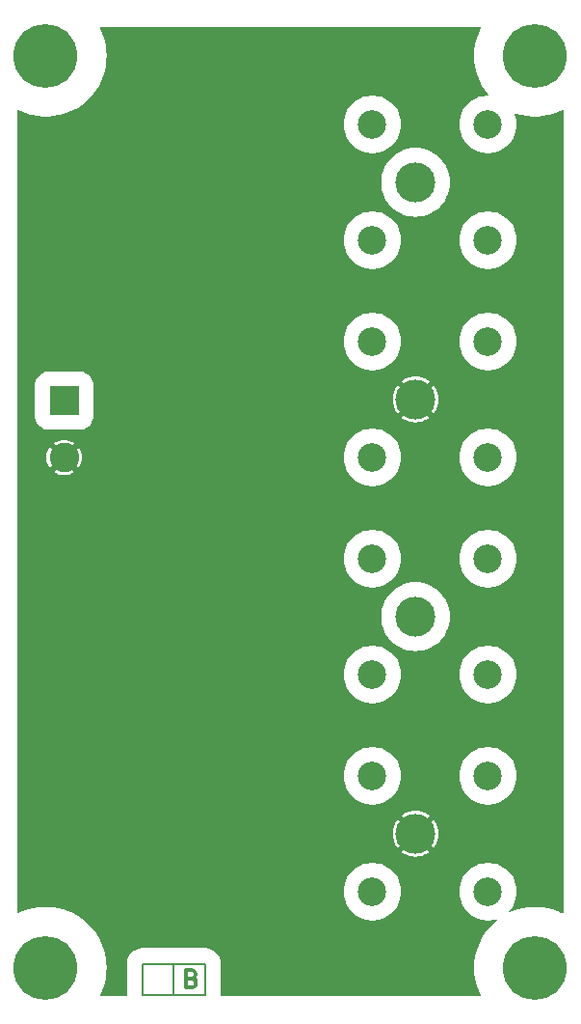
<source format=gbr>
G04 #@! TF.GenerationSoftware,KiCad,Pcbnew,8.0.6*
G04 #@! TF.CreationDate,2024-12-07T23:10:06+01:00*
G04 #@! TF.ProjectId,BOOST_LT8365,424f4f53-545f-44c5-9438-3336352e6b69,rev?*
G04 #@! TF.SameCoordinates,Original*
G04 #@! TF.FileFunction,Copper,L2,Bot*
G04 #@! TF.FilePolarity,Positive*
%FSLAX46Y46*%
G04 Gerber Fmt 4.6, Leading zero omitted, Abs format (unit mm)*
G04 Created by KiCad (PCBNEW 8.0.6) date 2024-12-07 23:10:06*
%MOMM*%
%LPD*%
G01*
G04 APERTURE LIST*
G04 #@! TA.AperFunction,NonConductor*
%ADD10C,0.200000*%
G04 #@! TD*
%ADD11C,0.300000*%
G04 #@! TA.AperFunction,NonConductor*
%ADD12C,0.300000*%
G04 #@! TD*
G04 #@! TA.AperFunction,ComponentPad*
%ADD13R,2.600000X2.600000*%
G04 #@! TD*
G04 #@! TA.AperFunction,ComponentPad*
%ADD14C,2.600000*%
G04 #@! TD*
G04 #@! TA.AperFunction,HeatsinkPad*
%ADD15C,0.550000*%
G04 #@! TD*
G04 #@! TA.AperFunction,HeatsinkPad*
%ADD16R,1.651000X2.845000*%
G04 #@! TD*
G04 #@! TA.AperFunction,ComponentPad*
%ADD17C,2.500000*%
G04 #@! TD*
G04 #@! TA.AperFunction,ComponentPad*
%ADD18C,3.500000*%
G04 #@! TD*
G04 #@! TA.AperFunction,ComponentPad*
%ADD19C,5.600000*%
G04 #@! TD*
G04 #@! TA.AperFunction,ViaPad*
%ADD20C,0.600000*%
G04 #@! TD*
G04 APERTURE END LIST*
D10*
X137000000Y-126150000D02*
X139750000Y-126150000D01*
X139750000Y-128900000D01*
X137000000Y-128900000D01*
X137000000Y-126150000D01*
X139750000Y-126150000D02*
X142500000Y-126150000D01*
X142500000Y-128900000D01*
X139750000Y-128900000D01*
X139750000Y-126150000D01*
D11*
D12*
X141354510Y-127440114D02*
X141568796Y-127511542D01*
X141568796Y-127511542D02*
X141640225Y-127582971D01*
X141640225Y-127582971D02*
X141711653Y-127725828D01*
X141711653Y-127725828D02*
X141711653Y-127940114D01*
X141711653Y-127940114D02*
X141640225Y-128082971D01*
X141640225Y-128082971D02*
X141568796Y-128154400D01*
X141568796Y-128154400D02*
X141425939Y-128225828D01*
X141425939Y-128225828D02*
X140854510Y-128225828D01*
X140854510Y-128225828D02*
X140854510Y-126725828D01*
X140854510Y-126725828D02*
X141354510Y-126725828D01*
X141354510Y-126725828D02*
X141497368Y-126797257D01*
X141497368Y-126797257D02*
X141568796Y-126868685D01*
X141568796Y-126868685D02*
X141640225Y-127011542D01*
X141640225Y-127011542D02*
X141640225Y-127154400D01*
X141640225Y-127154400D02*
X141568796Y-127297257D01*
X141568796Y-127297257D02*
X141497368Y-127368685D01*
X141497368Y-127368685D02*
X141354510Y-127440114D01*
X141354510Y-127440114D02*
X140854510Y-127440114D01*
D13*
G04 #@! TO.P,J3,1,Pin_1*
G04 #@! TO.N,+24V*
X130124000Y-76748000D03*
D14*
G04 #@! TO.P,J3,2,Pin_2*
G04 #@! TO.N,GND*
X130124000Y-81748000D03*
G04 #@! TD*
D15*
G04 #@! TO.P,U3,17,GND*
G04 #@! TO.N,GND*
X135170000Y-61214000D03*
X135170000Y-62361500D03*
X135170000Y-63509000D03*
D16*
X135720500Y-62361500D03*
D15*
X136271000Y-61214000D03*
X136271000Y-62361500D03*
X136271000Y-63509000D03*
G04 #@! TD*
D17*
G04 #@! TO.P,J2,*
G04 #@! TO.N,*
X157200000Y-109670000D03*
X157200000Y-119830000D03*
X167360000Y-109670000D03*
X167360000Y-119830000D03*
D18*
G04 #@! TO.P,J2,1,Pin_1*
G04 #@! TO.N,GND*
X161000000Y-114750000D03*
G04 #@! TD*
D19*
G04 #@! TO.P,H3,1,1*
G04 #@! TO.N,unconnected-(H3-Pad1)*
X171500000Y-46500000D03*
G04 #@! TD*
G04 #@! TO.P,H1,1,1*
G04 #@! TO.N,unconnected-(H1-Pad1)*
X128500000Y-46500000D03*
G04 #@! TD*
D17*
G04 #@! TO.P,J5,*
G04 #@! TO.N,*
X157200000Y-71570000D03*
X157200000Y-81730000D03*
X167360000Y-71570000D03*
X167360000Y-81730000D03*
D18*
G04 #@! TO.P,J5,1,Pin_1*
G04 #@! TO.N,GND*
X161000000Y-76650000D03*
G04 #@! TD*
D19*
G04 #@! TO.P,H2,1,1*
G04 #@! TO.N,unconnected-(H2-Pad1)*
X128500000Y-126500000D03*
G04 #@! TD*
D15*
G04 #@! TO.P,U1,17,GND*
G04 #@! TO.N,GND*
X135211500Y-99055500D03*
X135211500Y-100203000D03*
X135211500Y-101350500D03*
D16*
X135762000Y-100203000D03*
D15*
X136312500Y-99055500D03*
X136312500Y-100203000D03*
X136312500Y-101350500D03*
G04 #@! TD*
D19*
G04 #@! TO.P,H4,1,1*
G04 #@! TO.N,unconnected-(H4-Pad1)*
X171500000Y-126500000D03*
G04 #@! TD*
D17*
G04 #@! TO.P,J1,*
G04 #@! TO.N,*
X157200000Y-90620000D03*
X157200000Y-100780000D03*
X167360000Y-90620000D03*
X167360000Y-100780000D03*
D18*
G04 #@! TO.P,J1,1,Pin_1*
G04 #@! TO.N,+110V*
X161000000Y-95700000D03*
G04 #@! TD*
D17*
G04 #@! TO.P,J4,*
G04 #@! TO.N,*
X157200000Y-52520000D03*
X157200000Y-62680000D03*
X167360000Y-52520000D03*
X167360000Y-62680000D03*
D18*
G04 #@! TO.P,J4,1,Pin_1*
G04 #@! TO.N,-110V*
X161000000Y-57600000D03*
G04 #@! TD*
D20*
G04 #@! TO.N,GND*
X136467500Y-104140000D03*
X136374500Y-66397500D03*
X140335000Y-66675000D03*
X132715000Y-89281000D03*
X131538000Y-97443000D03*
X133350000Y-53086000D03*
X134940500Y-104200500D03*
X153416000Y-91440000D03*
X140208000Y-97663000D03*
X133350000Y-51308000D03*
X140208000Y-104572750D03*
X153416000Y-90043000D03*
X153797000Y-52197000D03*
X134847500Y-66394500D03*
X132715000Y-90043000D03*
X131445000Y-59563000D03*
X153416000Y-92837000D03*
X132715000Y-90805000D03*
X146558000Y-72009000D03*
X140335000Y-59690000D03*
X133350000Y-52197000D03*
X153797000Y-54991000D03*
X153797000Y-53594000D03*
G04 #@! TD*
G04 #@! TA.AperFunction,Conductor*
G04 #@! TO.N,GND*
G36*
X166722262Y-44018306D02*
G01*
X166740568Y-44062500D01*
X166733876Y-44090638D01*
X166629196Y-44298257D01*
X166629195Y-44298261D01*
X166460021Y-44719264D01*
X166460017Y-44719276D01*
X166327161Y-45153097D01*
X166327160Y-45153099D01*
X166231576Y-45596613D01*
X166231572Y-45596638D01*
X166173941Y-46046685D01*
X166154684Y-46500000D01*
X166173941Y-46953314D01*
X166231572Y-47403361D01*
X166231576Y-47403386D01*
X166327160Y-47846900D01*
X166327161Y-47846902D01*
X166460017Y-48280723D01*
X166460021Y-48280735D01*
X166460022Y-48280737D01*
X166629196Y-48701742D01*
X166833457Y-49106872D01*
X167071354Y-49493242D01*
X167341158Y-49858041D01*
X167374310Y-49895708D01*
X167389766Y-49940977D01*
X167368685Y-49983917D01*
X167327393Y-49999500D01*
X167201424Y-49999500D01*
X167138493Y-50007450D01*
X166886768Y-50039250D01*
X166579596Y-50118118D01*
X166579577Y-50118124D01*
X166284705Y-50234873D01*
X166284700Y-50234876D01*
X166006789Y-50387657D01*
X166006782Y-50387662D01*
X165750197Y-50574081D01*
X165519002Y-50791187D01*
X165316839Y-51035559D01*
X165316837Y-51035561D01*
X165146912Y-51303320D01*
X165146902Y-51303338D01*
X165011865Y-51590306D01*
X164913859Y-51891938D01*
X164854432Y-52203465D01*
X164854431Y-52203469D01*
X164834517Y-52520000D01*
X164854431Y-52836530D01*
X164854432Y-52836534D01*
X164913859Y-53148061D01*
X165011865Y-53449693D01*
X165146902Y-53736661D01*
X165146912Y-53736679D01*
X165316837Y-54004438D01*
X165316839Y-54004440D01*
X165316841Y-54004442D01*
X165519002Y-54248812D01*
X165750197Y-54465918D01*
X166006779Y-54652336D01*
X166006785Y-54652339D01*
X166006789Y-54652342D01*
X166106322Y-54707060D01*
X166284702Y-54805125D01*
X166284705Y-54805126D01*
X166579577Y-54921875D01*
X166579596Y-54921881D01*
X166807648Y-54980434D01*
X166886768Y-55000749D01*
X166886769Y-55000749D01*
X166886772Y-55000750D01*
X167201424Y-55040500D01*
X167201425Y-55040500D01*
X167518575Y-55040500D01*
X167518576Y-55040500D01*
X167833228Y-55000750D01*
X167944336Y-54972222D01*
X168140403Y-54921881D01*
X168140409Y-54921878D01*
X168140417Y-54921877D01*
X168435298Y-54805125D01*
X168713221Y-54652336D01*
X168969803Y-54465918D01*
X169200998Y-54248812D01*
X169403159Y-54004442D01*
X169573098Y-53736661D01*
X169708135Y-53449692D01*
X169806140Y-53148062D01*
X169865569Y-52836527D01*
X169885483Y-52520000D01*
X169865569Y-52203473D01*
X169806140Y-51891938D01*
X169725471Y-51643663D01*
X169729224Y-51595977D01*
X169765598Y-51564910D01*
X169805732Y-51565420D01*
X169934770Y-51611013D01*
X170220458Y-51685400D01*
X170373848Y-51725341D01*
X170373851Y-51725341D01*
X170373853Y-51725342D01*
X170821050Y-51802021D01*
X171273138Y-51840500D01*
X171273144Y-51840500D01*
X171726856Y-51840500D01*
X171726862Y-51840500D01*
X172178950Y-51802021D01*
X172626147Y-51725342D01*
X173065230Y-51611013D01*
X173493036Y-51459860D01*
X173906481Y-51272971D01*
X173907007Y-51272676D01*
X173907082Y-51272667D01*
X173907665Y-51272374D01*
X173907772Y-51272586D01*
X173954514Y-51267093D01*
X173992056Y-51296738D01*
X174000000Y-51327233D01*
X174000000Y-121672765D01*
X173981694Y-121716959D01*
X173937500Y-121735265D01*
X173907728Y-121727520D01*
X173907673Y-121727630D01*
X173907163Y-121727372D01*
X173907044Y-121727342D01*
X173906506Y-121727042D01*
X173906486Y-121727031D01*
X173795865Y-121677027D01*
X173493036Y-121540140D01*
X173426104Y-121516491D01*
X173065229Y-121388986D01*
X173065223Y-121388985D01*
X172626151Y-121274658D01*
X172178956Y-121197980D01*
X172178950Y-121197979D01*
X171726862Y-121159500D01*
X171273138Y-121159500D01*
X170885634Y-121192482D01*
X170821049Y-121197979D01*
X170821043Y-121197980D01*
X170373848Y-121274658D01*
X169934776Y-121388985D01*
X169934770Y-121388986D01*
X169506969Y-121540138D01*
X169506966Y-121540139D01*
X169506964Y-121540140D01*
X169465657Y-121558812D01*
X169288856Y-121638731D01*
X169241045Y-121640254D01*
X169206160Y-121607523D01*
X169204637Y-121559712D01*
X169214953Y-121541943D01*
X169403159Y-121314442D01*
X169501489Y-121159500D01*
X169573087Y-121046679D01*
X169573089Y-121046673D01*
X169573098Y-121046661D01*
X169708135Y-120759692D01*
X169806140Y-120458062D01*
X169865569Y-120146527D01*
X169885483Y-119830000D01*
X169865569Y-119513473D01*
X169806140Y-119201938D01*
X169708135Y-118900308D01*
X169573098Y-118613339D01*
X169573094Y-118613333D01*
X169573087Y-118613320D01*
X169403162Y-118345561D01*
X169403160Y-118345559D01*
X169200997Y-118101187D01*
X168969802Y-117884081D01*
X168910321Y-117840866D01*
X168713221Y-117697664D01*
X168713215Y-117697661D01*
X168713210Y-117697657D01*
X168524487Y-117593907D01*
X168435298Y-117544875D01*
X168435296Y-117544874D01*
X168435294Y-117544873D01*
X168140422Y-117428124D01*
X168140403Y-117428118D01*
X167833230Y-117349250D01*
X167833232Y-117349250D01*
X167581506Y-117317450D01*
X167518576Y-117309500D01*
X167201424Y-117309500D01*
X167138493Y-117317450D01*
X166886768Y-117349250D01*
X166579596Y-117428118D01*
X166579577Y-117428124D01*
X166284705Y-117544873D01*
X166284700Y-117544876D01*
X166006789Y-117697657D01*
X166006782Y-117697662D01*
X165750197Y-117884081D01*
X165519002Y-118101187D01*
X165316839Y-118345559D01*
X165316837Y-118345561D01*
X165146912Y-118613320D01*
X165146902Y-118613338D01*
X165011865Y-118900306D01*
X164913859Y-119201938D01*
X164854432Y-119513465D01*
X164854431Y-119513469D01*
X164834517Y-119830000D01*
X164854431Y-120146530D01*
X164854432Y-120146534D01*
X164913859Y-120458061D01*
X165011865Y-120759693D01*
X165146902Y-121046661D01*
X165146912Y-121046679D01*
X165316837Y-121314438D01*
X165316839Y-121314440D01*
X165378509Y-121388986D01*
X165519002Y-121558812D01*
X165750197Y-121775918D01*
X166006779Y-121962336D01*
X166006785Y-121962339D01*
X166006789Y-121962342D01*
X166106322Y-122017060D01*
X166284702Y-122115125D01*
X166284705Y-122115126D01*
X166579577Y-122231875D01*
X166579596Y-122231881D01*
X166807648Y-122290434D01*
X166886768Y-122310749D01*
X166886769Y-122310749D01*
X166886772Y-122310750D01*
X167201424Y-122350500D01*
X167201425Y-122350500D01*
X167518575Y-122350500D01*
X167518576Y-122350500D01*
X167833228Y-122310750D01*
X168047520Y-122255729D01*
X168073771Y-122248989D01*
X168121129Y-122255729D01*
X168149850Y-122293982D01*
X168143110Y-122341340D01*
X168128578Y-122358152D01*
X167968488Y-122487416D01*
X167640921Y-122801363D01*
X167640920Y-122801364D01*
X167341158Y-123141958D01*
X167071354Y-123506757D01*
X166833457Y-123893127D01*
X166629196Y-124298257D01*
X166629195Y-124298261D01*
X166460021Y-124719264D01*
X166460017Y-124719276D01*
X166327161Y-125153097D01*
X166327160Y-125153099D01*
X166231576Y-125596613D01*
X166231572Y-125596634D01*
X166231572Y-125596637D01*
X166228079Y-125623912D01*
X166173941Y-126046685D01*
X166154684Y-126500000D01*
X166173941Y-126953314D01*
X166231572Y-127403361D01*
X166231576Y-127403386D01*
X166327160Y-127846900D01*
X166327161Y-127846902D01*
X166460017Y-128280723D01*
X166460021Y-128280735D01*
X166460022Y-128280737D01*
X166629196Y-128701742D01*
X166733876Y-128909362D01*
X166737426Y-128957066D01*
X166706206Y-128993308D01*
X166678068Y-129000000D01*
X143933000Y-129000000D01*
X143888806Y-128981694D01*
X143870500Y-128937500D01*
X143870500Y-126042141D01*
X143870498Y-126042125D01*
X143836754Y-125829076D01*
X143836754Y-125829075D01*
X143770092Y-125623912D01*
X143770088Y-125623904D01*
X143672157Y-125431701D01*
X143545359Y-125257179D01*
X143545352Y-125257171D01*
X143392828Y-125104647D01*
X143392820Y-125104640D01*
X143218301Y-124977844D01*
X143026095Y-124879911D01*
X143026087Y-124879907D01*
X142820924Y-124813245D01*
X142607874Y-124779501D01*
X142607862Y-124779500D01*
X142607861Y-124779500D01*
X139857861Y-124779500D01*
X137107861Y-124779500D01*
X136892139Y-124779500D01*
X136892137Y-124779500D01*
X136892125Y-124779501D01*
X136679076Y-124813245D01*
X136679075Y-124813245D01*
X136473912Y-124879907D01*
X136473904Y-124879911D01*
X136281698Y-124977844D01*
X136107179Y-125104640D01*
X136107171Y-125104647D01*
X135954647Y-125257171D01*
X135954640Y-125257179D01*
X135827844Y-125431698D01*
X135729911Y-125623904D01*
X135729907Y-125623912D01*
X135663245Y-125829075D01*
X135663245Y-125829076D01*
X135629501Y-126042125D01*
X135629500Y-126042141D01*
X135629500Y-128937500D01*
X135611194Y-128981694D01*
X135567000Y-129000000D01*
X133321932Y-129000000D01*
X133277738Y-128981694D01*
X133259432Y-128937500D01*
X133266124Y-128909362D01*
X133370804Y-128701742D01*
X133539978Y-128280737D01*
X133672838Y-127846902D01*
X133672839Y-127846900D01*
X133768423Y-127403386D01*
X133768422Y-127403386D01*
X133768428Y-127403363D01*
X133826059Y-126953314D01*
X133845316Y-126500000D01*
X133826059Y-126046686D01*
X133768428Y-125596637D01*
X133732881Y-125431698D01*
X133672839Y-125153099D01*
X133672838Y-125153097D01*
X133539982Y-124719276D01*
X133539978Y-124719264D01*
X133539978Y-124719263D01*
X133370804Y-124298258D01*
X133166536Y-123893116D01*
X132928646Y-123506758D01*
X132658847Y-123141966D01*
X132658846Y-123141965D01*
X132658841Y-123141958D01*
X132359079Y-122801364D01*
X132359078Y-122801363D01*
X132031512Y-122487416D01*
X131678497Y-122202377D01*
X131302590Y-121948309D01*
X130916978Y-121732893D01*
X130906481Y-121727029D01*
X130493036Y-121540140D01*
X130426104Y-121516491D01*
X130065229Y-121388986D01*
X130065223Y-121388985D01*
X129626151Y-121274658D01*
X129178956Y-121197980D01*
X129178950Y-121197979D01*
X128726862Y-121159500D01*
X128273138Y-121159500D01*
X127885634Y-121192482D01*
X127821049Y-121197979D01*
X127821043Y-121197980D01*
X127373848Y-121274658D01*
X126934776Y-121388985D01*
X126934770Y-121388986D01*
X126506969Y-121540138D01*
X126506966Y-121540139D01*
X126506964Y-121540140D01*
X126465657Y-121558812D01*
X126093513Y-121727031D01*
X126093493Y-121727042D01*
X126092956Y-121727342D01*
X126092881Y-121727350D01*
X126092327Y-121727630D01*
X126092224Y-121727427D01*
X126045444Y-121732893D01*
X126007923Y-121703221D01*
X126000000Y-121672765D01*
X126000000Y-119830000D01*
X154674517Y-119830000D01*
X154694431Y-120146530D01*
X154694432Y-120146534D01*
X154753859Y-120458061D01*
X154851865Y-120759693D01*
X154986902Y-121046661D01*
X154986912Y-121046679D01*
X155156837Y-121314438D01*
X155156839Y-121314440D01*
X155218509Y-121388986D01*
X155359002Y-121558812D01*
X155590197Y-121775918D01*
X155846779Y-121962336D01*
X155846785Y-121962339D01*
X155846789Y-121962342D01*
X155946322Y-122017060D01*
X156124702Y-122115125D01*
X156124705Y-122115126D01*
X156419577Y-122231875D01*
X156419596Y-122231881D01*
X156647648Y-122290434D01*
X156726768Y-122310749D01*
X156726769Y-122310749D01*
X156726772Y-122310750D01*
X157041424Y-122350500D01*
X157041425Y-122350500D01*
X157358575Y-122350500D01*
X157358576Y-122350500D01*
X157673228Y-122310750D01*
X157784336Y-122282222D01*
X157980403Y-122231881D01*
X157980409Y-122231878D01*
X157980417Y-122231877D01*
X158275298Y-122115125D01*
X158553221Y-121962336D01*
X158809803Y-121775918D01*
X159040998Y-121558812D01*
X159243159Y-121314442D01*
X159341489Y-121159500D01*
X159413087Y-121046679D01*
X159413089Y-121046673D01*
X159413098Y-121046661D01*
X159548135Y-120759692D01*
X159646140Y-120458062D01*
X159705569Y-120146527D01*
X159725483Y-119830000D01*
X159705569Y-119513473D01*
X159646140Y-119201938D01*
X159548135Y-118900308D01*
X159413098Y-118613339D01*
X159413094Y-118613333D01*
X159413087Y-118613320D01*
X159243162Y-118345561D01*
X159243160Y-118345559D01*
X159040997Y-118101187D01*
X158809802Y-117884081D01*
X158750321Y-117840866D01*
X158553221Y-117697664D01*
X158553215Y-117697661D01*
X158553210Y-117697657D01*
X158364487Y-117593907D01*
X158275298Y-117544875D01*
X158275296Y-117544874D01*
X158275294Y-117544873D01*
X157980422Y-117428124D01*
X157980403Y-117428118D01*
X157673230Y-117349250D01*
X157673232Y-117349250D01*
X157421506Y-117317450D01*
X157358576Y-117309500D01*
X157041424Y-117309500D01*
X156978493Y-117317450D01*
X156726768Y-117349250D01*
X156419596Y-117428118D01*
X156419577Y-117428124D01*
X156124705Y-117544873D01*
X156124700Y-117544876D01*
X155846789Y-117697657D01*
X155846782Y-117697662D01*
X155590197Y-117884081D01*
X155359002Y-118101187D01*
X155156839Y-118345559D01*
X155156837Y-118345561D01*
X154986912Y-118613320D01*
X154986902Y-118613338D01*
X154851865Y-118900306D01*
X154753859Y-119201938D01*
X154694432Y-119513465D01*
X154694431Y-119513469D01*
X154674517Y-119830000D01*
X126000000Y-119830000D01*
X126000000Y-114750000D01*
X158990881Y-114750000D01*
X159011330Y-115035919D01*
X159011331Y-115035925D01*
X159072264Y-115316033D01*
X159072265Y-115316037D01*
X159172441Y-115584618D01*
X159172442Y-115584621D01*
X159309821Y-115836209D01*
X159414603Y-115976184D01*
X159953939Y-115436847D01*
X160046554Y-115564320D01*
X160185680Y-115703446D01*
X160313150Y-115796059D01*
X159773814Y-116335395D01*
X159913790Y-116440178D01*
X160165378Y-116577557D01*
X160165381Y-116577558D01*
X160433962Y-116677734D01*
X160433966Y-116677735D01*
X160714074Y-116738668D01*
X160714080Y-116738669D01*
X161000000Y-116759118D01*
X161285919Y-116738669D01*
X161285925Y-116738668D01*
X161566033Y-116677735D01*
X161566037Y-116677734D01*
X161834618Y-116577558D01*
X161834621Y-116577557D01*
X162086209Y-116440178D01*
X162226183Y-116335394D01*
X161686849Y-115796059D01*
X161814320Y-115703446D01*
X161953446Y-115564320D01*
X162046060Y-115436849D01*
X162585394Y-115976183D01*
X162690178Y-115836209D01*
X162827557Y-115584621D01*
X162827558Y-115584618D01*
X162927734Y-115316037D01*
X162927735Y-115316033D01*
X162988668Y-115035925D01*
X162988669Y-115035919D01*
X163009118Y-114750000D01*
X162988669Y-114464080D01*
X162988668Y-114464074D01*
X162927735Y-114183966D01*
X162927734Y-114183962D01*
X162827558Y-113915381D01*
X162827557Y-113915378D01*
X162690178Y-113663790D01*
X162585395Y-113523814D01*
X162046059Y-114063149D01*
X161953446Y-113935680D01*
X161814320Y-113796554D01*
X161686847Y-113703939D01*
X162226184Y-113164603D01*
X162086209Y-113059821D01*
X161834621Y-112922442D01*
X161834618Y-112922441D01*
X161566037Y-112822265D01*
X161566033Y-112822264D01*
X161285925Y-112761331D01*
X161285919Y-112761330D01*
X161000000Y-112740881D01*
X160714080Y-112761330D01*
X160714074Y-112761331D01*
X160433966Y-112822264D01*
X160433962Y-112822265D01*
X160165381Y-112922441D01*
X160165378Y-112922442D01*
X159913788Y-113059821D01*
X159913782Y-113059826D01*
X159773815Y-113164604D01*
X160313150Y-113703939D01*
X160185680Y-113796554D01*
X160046554Y-113935680D01*
X159953939Y-114063150D01*
X159414604Y-113523815D01*
X159309826Y-113663782D01*
X159309821Y-113663788D01*
X159172442Y-113915378D01*
X159172441Y-113915381D01*
X159072265Y-114183962D01*
X159072264Y-114183966D01*
X159011331Y-114464074D01*
X159011330Y-114464080D01*
X158990881Y-114750000D01*
X126000000Y-114750000D01*
X126000000Y-109670000D01*
X154674517Y-109670000D01*
X154694431Y-109986530D01*
X154694432Y-109986534D01*
X154753859Y-110298061D01*
X154851865Y-110599693D01*
X154986902Y-110886661D01*
X154986912Y-110886679D01*
X155156837Y-111154438D01*
X155156839Y-111154440D01*
X155156841Y-111154442D01*
X155359002Y-111398812D01*
X155590197Y-111615918D01*
X155846779Y-111802336D01*
X155846785Y-111802339D01*
X155846789Y-111802342D01*
X155946322Y-111857060D01*
X156124702Y-111955125D01*
X156124705Y-111955126D01*
X156419577Y-112071875D01*
X156419596Y-112071881D01*
X156647648Y-112130434D01*
X156726768Y-112150749D01*
X156726769Y-112150749D01*
X156726772Y-112150750D01*
X157041424Y-112190500D01*
X157041425Y-112190500D01*
X157358575Y-112190500D01*
X157358576Y-112190500D01*
X157673228Y-112150750D01*
X157784336Y-112122222D01*
X157980403Y-112071881D01*
X157980409Y-112071878D01*
X157980417Y-112071877D01*
X158275298Y-111955125D01*
X158553221Y-111802336D01*
X158809803Y-111615918D01*
X159040998Y-111398812D01*
X159243159Y-111154442D01*
X159413098Y-110886661D01*
X159548135Y-110599692D01*
X159646140Y-110298062D01*
X159705569Y-109986527D01*
X159725483Y-109670000D01*
X164834517Y-109670000D01*
X164854431Y-109986530D01*
X164854432Y-109986534D01*
X164913859Y-110298061D01*
X165011865Y-110599693D01*
X165146902Y-110886661D01*
X165146912Y-110886679D01*
X165316837Y-111154438D01*
X165316839Y-111154440D01*
X165316841Y-111154442D01*
X165519002Y-111398812D01*
X165750197Y-111615918D01*
X166006779Y-111802336D01*
X166006785Y-111802339D01*
X166006789Y-111802342D01*
X166106322Y-111857060D01*
X166284702Y-111955125D01*
X166284705Y-111955126D01*
X166579577Y-112071875D01*
X166579596Y-112071881D01*
X166807648Y-112130434D01*
X166886768Y-112150749D01*
X166886769Y-112150749D01*
X166886772Y-112150750D01*
X167201424Y-112190500D01*
X167201425Y-112190500D01*
X167518575Y-112190500D01*
X167518576Y-112190500D01*
X167833228Y-112150750D01*
X167944336Y-112122222D01*
X168140403Y-112071881D01*
X168140409Y-112071878D01*
X168140417Y-112071877D01*
X168435298Y-111955125D01*
X168713221Y-111802336D01*
X168969803Y-111615918D01*
X169200998Y-111398812D01*
X169403159Y-111154442D01*
X169573098Y-110886661D01*
X169708135Y-110599692D01*
X169806140Y-110298062D01*
X169865569Y-109986527D01*
X169885483Y-109670000D01*
X169865569Y-109353473D01*
X169806140Y-109041938D01*
X169708135Y-108740308D01*
X169573098Y-108453339D01*
X169573094Y-108453333D01*
X169573087Y-108453320D01*
X169403162Y-108185561D01*
X169403160Y-108185559D01*
X169200997Y-107941187D01*
X168969802Y-107724081D01*
X168910321Y-107680866D01*
X168713221Y-107537664D01*
X168713215Y-107537661D01*
X168713210Y-107537657D01*
X168524487Y-107433907D01*
X168435298Y-107384875D01*
X168435296Y-107384874D01*
X168435294Y-107384873D01*
X168140422Y-107268124D01*
X168140403Y-107268118D01*
X167833230Y-107189250D01*
X167833232Y-107189250D01*
X167581506Y-107157450D01*
X167518576Y-107149500D01*
X167201424Y-107149500D01*
X167138493Y-107157450D01*
X166886768Y-107189250D01*
X166579596Y-107268118D01*
X166579577Y-107268124D01*
X166284705Y-107384873D01*
X166284700Y-107384876D01*
X166006789Y-107537657D01*
X166006782Y-107537662D01*
X165750197Y-107724081D01*
X165519002Y-107941187D01*
X165316839Y-108185559D01*
X165316837Y-108185561D01*
X165146912Y-108453320D01*
X165146902Y-108453338D01*
X165011865Y-108740306D01*
X164913859Y-109041938D01*
X164854432Y-109353465D01*
X164854431Y-109353469D01*
X164834517Y-109670000D01*
X159725483Y-109670000D01*
X159705569Y-109353473D01*
X159646140Y-109041938D01*
X159548135Y-108740308D01*
X159413098Y-108453339D01*
X159413094Y-108453333D01*
X159413087Y-108453320D01*
X159243162Y-108185561D01*
X159243160Y-108185559D01*
X159040997Y-107941187D01*
X158809802Y-107724081D01*
X158750321Y-107680866D01*
X158553221Y-107537664D01*
X158553215Y-107537661D01*
X158553210Y-107537657D01*
X158364487Y-107433907D01*
X158275298Y-107384875D01*
X158275296Y-107384874D01*
X158275294Y-107384873D01*
X157980422Y-107268124D01*
X157980403Y-107268118D01*
X157673230Y-107189250D01*
X157673232Y-107189250D01*
X157421506Y-107157450D01*
X157358576Y-107149500D01*
X157041424Y-107149500D01*
X156978493Y-107157450D01*
X156726768Y-107189250D01*
X156419596Y-107268118D01*
X156419577Y-107268124D01*
X156124705Y-107384873D01*
X156124700Y-107384876D01*
X155846789Y-107537657D01*
X155846782Y-107537662D01*
X155590197Y-107724081D01*
X155359002Y-107941187D01*
X155156839Y-108185559D01*
X155156837Y-108185561D01*
X154986912Y-108453320D01*
X154986902Y-108453338D01*
X154851865Y-108740306D01*
X154753859Y-109041938D01*
X154694432Y-109353465D01*
X154694431Y-109353469D01*
X154674517Y-109670000D01*
X126000000Y-109670000D01*
X126000000Y-100780000D01*
X154674517Y-100780000D01*
X154694431Y-101096530D01*
X154694432Y-101096534D01*
X154753859Y-101408061D01*
X154851865Y-101709693D01*
X154986902Y-101996661D01*
X154986912Y-101996679D01*
X155156837Y-102264438D01*
X155156839Y-102264440D01*
X155156841Y-102264442D01*
X155359002Y-102508812D01*
X155590197Y-102725918D01*
X155846779Y-102912336D01*
X155846785Y-102912339D01*
X155846789Y-102912342D01*
X155946322Y-102967060D01*
X156124702Y-103065125D01*
X156124705Y-103065126D01*
X156419577Y-103181875D01*
X156419596Y-103181881D01*
X156647648Y-103240434D01*
X156726768Y-103260749D01*
X156726769Y-103260749D01*
X156726772Y-103260750D01*
X157041424Y-103300500D01*
X157041425Y-103300500D01*
X157358575Y-103300500D01*
X157358576Y-103300500D01*
X157673228Y-103260750D01*
X157784336Y-103232222D01*
X157980403Y-103181881D01*
X157980409Y-103181878D01*
X157980417Y-103181877D01*
X158275298Y-103065125D01*
X158553221Y-102912336D01*
X158809803Y-102725918D01*
X159040998Y-102508812D01*
X159243159Y-102264442D01*
X159413098Y-101996661D01*
X159548135Y-101709692D01*
X159646140Y-101408062D01*
X159705569Y-101096527D01*
X159725483Y-100780000D01*
X164834517Y-100780000D01*
X164854431Y-101096530D01*
X164854432Y-101096534D01*
X164913859Y-101408061D01*
X165011865Y-101709693D01*
X165146902Y-101996661D01*
X165146912Y-101996679D01*
X165316837Y-102264438D01*
X165316839Y-102264440D01*
X165316841Y-102264442D01*
X165519002Y-102508812D01*
X165750197Y-102725918D01*
X166006779Y-102912336D01*
X166006785Y-102912339D01*
X166006789Y-102912342D01*
X166106322Y-102967060D01*
X166284702Y-103065125D01*
X166284705Y-103065126D01*
X166579577Y-103181875D01*
X166579596Y-103181881D01*
X166807648Y-103240434D01*
X166886768Y-103260749D01*
X166886769Y-103260749D01*
X166886772Y-103260750D01*
X167201424Y-103300500D01*
X167201425Y-103300500D01*
X167518575Y-103300500D01*
X167518576Y-103300500D01*
X167833228Y-103260750D01*
X167944336Y-103232222D01*
X168140403Y-103181881D01*
X168140409Y-103181878D01*
X168140417Y-103181877D01*
X168435298Y-103065125D01*
X168713221Y-102912336D01*
X168969803Y-102725918D01*
X169200998Y-102508812D01*
X169403159Y-102264442D01*
X169573098Y-101996661D01*
X169708135Y-101709692D01*
X169806140Y-101408062D01*
X169865569Y-101096527D01*
X169885483Y-100780000D01*
X169865569Y-100463473D01*
X169806140Y-100151938D01*
X169708135Y-99850308D01*
X169573098Y-99563339D01*
X169573094Y-99563333D01*
X169573087Y-99563320D01*
X169403162Y-99295561D01*
X169403160Y-99295559D01*
X169200997Y-99051187D01*
X168969802Y-98834081D01*
X168820021Y-98725259D01*
X168713221Y-98647664D01*
X168713215Y-98647661D01*
X168713210Y-98647657D01*
X168524487Y-98543907D01*
X168435298Y-98494875D01*
X168435296Y-98494874D01*
X168435294Y-98494873D01*
X168140422Y-98378124D01*
X168140403Y-98378118D01*
X167833230Y-98299250D01*
X167833232Y-98299250D01*
X167534882Y-98261560D01*
X167518576Y-98259500D01*
X167201424Y-98259500D01*
X167185118Y-98261560D01*
X166886768Y-98299250D01*
X166579596Y-98378118D01*
X166579577Y-98378124D01*
X166284705Y-98494873D01*
X166284700Y-98494876D01*
X166006789Y-98647657D01*
X166006782Y-98647662D01*
X165750197Y-98834081D01*
X165519002Y-99051187D01*
X165316839Y-99295559D01*
X165316837Y-99295561D01*
X165146912Y-99563320D01*
X165146902Y-99563338D01*
X165011865Y-99850306D01*
X164913859Y-100151938D01*
X164854432Y-100463465D01*
X164854431Y-100463469D01*
X164834517Y-100780000D01*
X159725483Y-100780000D01*
X159705569Y-100463473D01*
X159646140Y-100151938D01*
X159548135Y-99850308D01*
X159413098Y-99563339D01*
X159413094Y-99563333D01*
X159413087Y-99563320D01*
X159243162Y-99295561D01*
X159243160Y-99295559D01*
X159040997Y-99051187D01*
X158809802Y-98834081D01*
X158660021Y-98725259D01*
X158553221Y-98647664D01*
X158553215Y-98647661D01*
X158553210Y-98647657D01*
X158364487Y-98543907D01*
X158275298Y-98494875D01*
X158275296Y-98494874D01*
X158275294Y-98494873D01*
X157980422Y-98378124D01*
X157980403Y-98378118D01*
X157673230Y-98299250D01*
X157673232Y-98299250D01*
X157374882Y-98261560D01*
X157358576Y-98259500D01*
X157041424Y-98259500D01*
X157025118Y-98261560D01*
X156726768Y-98299250D01*
X156419596Y-98378118D01*
X156419577Y-98378124D01*
X156124705Y-98494873D01*
X156124700Y-98494876D01*
X155846789Y-98647657D01*
X155846782Y-98647662D01*
X155590197Y-98834081D01*
X155359002Y-99051187D01*
X155156839Y-99295559D01*
X155156837Y-99295561D01*
X154986912Y-99563320D01*
X154986902Y-99563338D01*
X154851865Y-99850306D01*
X154753859Y-100151938D01*
X154694432Y-100463465D01*
X154694431Y-100463469D01*
X154674517Y-100780000D01*
X126000000Y-100780000D01*
X126000000Y-95700000D01*
X157974741Y-95700000D01*
X157993763Y-96038722D01*
X157993763Y-96038727D01*
X157993764Y-96038729D01*
X158050592Y-96373189D01*
X158144507Y-96699178D01*
X158144511Y-96699189D01*
X158274334Y-97012607D01*
X158274341Y-97012622D01*
X158392360Y-97226159D01*
X158438440Y-97309535D01*
X158634757Y-97586218D01*
X158860819Y-97839181D01*
X159113782Y-98065243D01*
X159390465Y-98261560D01*
X159562325Y-98356544D01*
X159687377Y-98425658D01*
X159687384Y-98425661D01*
X159687389Y-98425664D01*
X160000820Y-98555492D01*
X160326817Y-98649409D01*
X160661278Y-98706237D01*
X161000000Y-98725259D01*
X161338722Y-98706237D01*
X161673183Y-98649409D01*
X161999180Y-98555492D01*
X162312611Y-98425664D01*
X162609535Y-98261560D01*
X162886218Y-98065243D01*
X163139181Y-97839181D01*
X163365243Y-97586218D01*
X163561560Y-97309535D01*
X163725664Y-97012611D01*
X163855492Y-96699180D01*
X163949409Y-96373183D01*
X164006237Y-96038722D01*
X164025259Y-95700000D01*
X164006237Y-95361278D01*
X163949409Y-95026817D01*
X163855492Y-94700820D01*
X163725664Y-94387389D01*
X163725661Y-94387384D01*
X163725658Y-94387377D01*
X163656544Y-94262325D01*
X163561560Y-94090465D01*
X163365243Y-93813782D01*
X163139181Y-93560819D01*
X162886218Y-93334757D01*
X162609535Y-93138440D01*
X162526159Y-93092360D01*
X162312622Y-92974341D01*
X162312607Y-92974334D01*
X161999189Y-92844511D01*
X161999178Y-92844507D01*
X161673189Y-92750592D01*
X161338729Y-92693764D01*
X161338727Y-92693763D01*
X161338722Y-92693763D01*
X161000000Y-92674741D01*
X160661278Y-92693763D01*
X160661273Y-92693763D01*
X160661270Y-92693764D01*
X160326810Y-92750592D01*
X160000821Y-92844507D01*
X160000810Y-92844511D01*
X159687392Y-92974334D01*
X159687377Y-92974341D01*
X159390472Y-93138436D01*
X159390463Y-93138441D01*
X159113785Y-93334754D01*
X159113784Y-93334755D01*
X158860819Y-93560819D01*
X158634755Y-93813784D01*
X158634754Y-93813785D01*
X158438441Y-94090463D01*
X158438436Y-94090472D01*
X158274341Y-94387377D01*
X158274334Y-94387392D01*
X158144511Y-94700810D01*
X158144507Y-94700821D01*
X158050592Y-95026810D01*
X158050591Y-95026817D01*
X157993763Y-95361278D01*
X157974741Y-95700000D01*
X126000000Y-95700000D01*
X126000000Y-90620000D01*
X154674517Y-90620000D01*
X154694431Y-90936530D01*
X154694432Y-90936534D01*
X154753859Y-91248061D01*
X154851865Y-91549693D01*
X154986902Y-91836661D01*
X154986912Y-91836679D01*
X155156837Y-92104438D01*
X155156839Y-92104440D01*
X155156841Y-92104442D01*
X155359002Y-92348812D01*
X155590197Y-92565918D01*
X155846779Y-92752336D01*
X155846785Y-92752339D01*
X155846789Y-92752342D01*
X155946322Y-92807060D01*
X156124702Y-92905125D01*
X156124705Y-92905126D01*
X156419577Y-93021875D01*
X156419596Y-93021881D01*
X156647648Y-93080434D01*
X156726768Y-93100749D01*
X156726769Y-93100749D01*
X156726772Y-93100750D01*
X157041424Y-93140500D01*
X157041425Y-93140500D01*
X157358575Y-93140500D01*
X157358576Y-93140500D01*
X157673228Y-93100750D01*
X157784336Y-93072222D01*
X157980403Y-93021881D01*
X157980409Y-93021878D01*
X157980417Y-93021877D01*
X158275298Y-92905125D01*
X158553221Y-92752336D01*
X158809803Y-92565918D01*
X159040998Y-92348812D01*
X159243159Y-92104442D01*
X159413098Y-91836661D01*
X159548135Y-91549692D01*
X159646140Y-91248062D01*
X159705569Y-90936527D01*
X159725483Y-90620000D01*
X164834517Y-90620000D01*
X164854431Y-90936530D01*
X164854432Y-90936534D01*
X164913859Y-91248061D01*
X165011865Y-91549693D01*
X165146902Y-91836661D01*
X165146912Y-91836679D01*
X165316837Y-92104438D01*
X165316839Y-92104440D01*
X165316841Y-92104442D01*
X165519002Y-92348812D01*
X165750197Y-92565918D01*
X166006779Y-92752336D01*
X166006785Y-92752339D01*
X166006789Y-92752342D01*
X166106322Y-92807060D01*
X166284702Y-92905125D01*
X166284705Y-92905126D01*
X166579577Y-93021875D01*
X166579596Y-93021881D01*
X166807648Y-93080434D01*
X166886768Y-93100749D01*
X166886769Y-93100749D01*
X166886772Y-93100750D01*
X167201424Y-93140500D01*
X167201425Y-93140500D01*
X167518575Y-93140500D01*
X167518576Y-93140500D01*
X167833228Y-93100750D01*
X167944336Y-93072222D01*
X168140403Y-93021881D01*
X168140409Y-93021878D01*
X168140417Y-93021877D01*
X168435298Y-92905125D01*
X168713221Y-92752336D01*
X168969803Y-92565918D01*
X169200998Y-92348812D01*
X169403159Y-92104442D01*
X169573098Y-91836661D01*
X169708135Y-91549692D01*
X169806140Y-91248062D01*
X169865569Y-90936527D01*
X169885483Y-90620000D01*
X169865569Y-90303473D01*
X169806140Y-89991938D01*
X169708135Y-89690308D01*
X169573098Y-89403339D01*
X169573094Y-89403333D01*
X169573087Y-89403320D01*
X169403162Y-89135561D01*
X169403160Y-89135559D01*
X169200997Y-88891187D01*
X168969802Y-88674081D01*
X168910321Y-88630866D01*
X168713221Y-88487664D01*
X168713215Y-88487661D01*
X168713210Y-88487657D01*
X168524487Y-88383907D01*
X168435298Y-88334875D01*
X168435296Y-88334874D01*
X168435294Y-88334873D01*
X168140422Y-88218124D01*
X168140403Y-88218118D01*
X167833230Y-88139250D01*
X167833232Y-88139250D01*
X167581506Y-88107450D01*
X167518576Y-88099500D01*
X167201424Y-88099500D01*
X167138493Y-88107450D01*
X166886768Y-88139250D01*
X166579596Y-88218118D01*
X166579577Y-88218124D01*
X166284705Y-88334873D01*
X166284700Y-88334876D01*
X166006789Y-88487657D01*
X166006782Y-88487662D01*
X165750197Y-88674081D01*
X165519002Y-88891187D01*
X165316839Y-89135559D01*
X165316837Y-89135561D01*
X165146912Y-89403320D01*
X165146902Y-89403338D01*
X165011865Y-89690306D01*
X164913859Y-89991938D01*
X164854432Y-90303465D01*
X164854431Y-90303469D01*
X164834517Y-90620000D01*
X159725483Y-90620000D01*
X159705569Y-90303473D01*
X159646140Y-89991938D01*
X159548135Y-89690308D01*
X159413098Y-89403339D01*
X159413094Y-89403333D01*
X159413087Y-89403320D01*
X159243162Y-89135561D01*
X159243160Y-89135559D01*
X159040997Y-88891187D01*
X158809802Y-88674081D01*
X158750321Y-88630866D01*
X158553221Y-88487664D01*
X158553215Y-88487661D01*
X158553210Y-88487657D01*
X158364487Y-88383907D01*
X158275298Y-88334875D01*
X158275296Y-88334874D01*
X158275294Y-88334873D01*
X157980422Y-88218124D01*
X157980403Y-88218118D01*
X157673230Y-88139250D01*
X157673232Y-88139250D01*
X157421506Y-88107450D01*
X157358576Y-88099500D01*
X157041424Y-88099500D01*
X156978493Y-88107450D01*
X156726768Y-88139250D01*
X156419596Y-88218118D01*
X156419577Y-88218124D01*
X156124705Y-88334873D01*
X156124700Y-88334876D01*
X155846789Y-88487657D01*
X155846782Y-88487662D01*
X155590197Y-88674081D01*
X155359002Y-88891187D01*
X155156839Y-89135559D01*
X155156837Y-89135561D01*
X154986912Y-89403320D01*
X154986902Y-89403338D01*
X154851865Y-89690306D01*
X154753859Y-89991938D01*
X154694432Y-90303465D01*
X154694431Y-90303469D01*
X154674517Y-90620000D01*
X126000000Y-90620000D01*
X126000000Y-81747994D01*
X128565195Y-81747994D01*
X128565195Y-81748005D01*
X128584384Y-81991843D01*
X128584385Y-81991848D01*
X128641486Y-82229691D01*
X128641489Y-82229700D01*
X128735092Y-82455677D01*
X128735094Y-82455681D01*
X128857445Y-82655341D01*
X128857445Y-82655342D01*
X129521300Y-81991486D01*
X129547978Y-82055890D01*
X129619112Y-82162351D01*
X129709649Y-82252888D01*
X129816110Y-82324022D01*
X129880511Y-82350698D01*
X129216656Y-83014553D01*
X129416315Y-83136904D01*
X129416329Y-83136910D01*
X129642299Y-83230510D01*
X129642308Y-83230513D01*
X129880151Y-83287614D01*
X129880156Y-83287615D01*
X130123995Y-83306805D01*
X130124005Y-83306805D01*
X130367843Y-83287615D01*
X130367848Y-83287614D01*
X130605691Y-83230513D01*
X130605700Y-83230510D01*
X130831679Y-83136907D01*
X130831682Y-83136905D01*
X131031342Y-83014552D01*
X130367488Y-82350698D01*
X130431890Y-82324022D01*
X130538351Y-82252888D01*
X130628888Y-82162351D01*
X130700022Y-82055890D01*
X130726698Y-81991487D01*
X131390552Y-82655341D01*
X131512905Y-82455682D01*
X131512907Y-82455679D01*
X131606510Y-82229700D01*
X131606513Y-82229691D01*
X131663614Y-81991848D01*
X131663615Y-81991843D01*
X131682805Y-81748005D01*
X131682805Y-81747994D01*
X131681389Y-81730000D01*
X154674517Y-81730000D01*
X154694431Y-82046530D01*
X154694432Y-82046534D01*
X154753859Y-82358061D01*
X154851865Y-82659693D01*
X154986902Y-82946661D01*
X154986912Y-82946679D01*
X155156837Y-83214438D01*
X155156839Y-83214440D01*
X155359002Y-83458812D01*
X155590197Y-83675918D01*
X155846779Y-83862336D01*
X155846785Y-83862339D01*
X155846789Y-83862342D01*
X155946322Y-83917060D01*
X156124702Y-84015125D01*
X156124705Y-84015126D01*
X156419577Y-84131875D01*
X156419596Y-84131881D01*
X156647648Y-84190434D01*
X156726768Y-84210749D01*
X156726769Y-84210749D01*
X156726772Y-84210750D01*
X157041424Y-84250500D01*
X157041425Y-84250500D01*
X157358575Y-84250500D01*
X157358576Y-84250500D01*
X157673228Y-84210750D01*
X157784336Y-84182222D01*
X157980403Y-84131881D01*
X157980409Y-84131878D01*
X157980417Y-84131877D01*
X158275298Y-84015125D01*
X158553221Y-83862336D01*
X158809803Y-83675918D01*
X159040998Y-83458812D01*
X159243159Y-83214442D01*
X159292363Y-83136910D01*
X159413087Y-82946679D01*
X159413089Y-82946673D01*
X159413098Y-82946661D01*
X159548135Y-82659692D01*
X159646140Y-82358062D01*
X159705569Y-82046527D01*
X159725483Y-81730000D01*
X164834517Y-81730000D01*
X164854431Y-82046530D01*
X164854432Y-82046534D01*
X164913859Y-82358061D01*
X165011865Y-82659693D01*
X165146902Y-82946661D01*
X165146912Y-82946679D01*
X165316837Y-83214438D01*
X165316839Y-83214440D01*
X165519002Y-83458812D01*
X165750197Y-83675918D01*
X166006779Y-83862336D01*
X166006785Y-83862339D01*
X166006789Y-83862342D01*
X166106322Y-83917060D01*
X166284702Y-84015125D01*
X166284705Y-84015126D01*
X166579577Y-84131875D01*
X166579596Y-84131881D01*
X166807648Y-84190434D01*
X166886768Y-84210749D01*
X166886769Y-84210749D01*
X166886772Y-84210750D01*
X167201424Y-84250500D01*
X167201425Y-84250500D01*
X167518575Y-84250500D01*
X167518576Y-84250500D01*
X167833228Y-84210750D01*
X167944336Y-84182222D01*
X168140403Y-84131881D01*
X168140409Y-84131878D01*
X168140417Y-84131877D01*
X168435298Y-84015125D01*
X168713221Y-83862336D01*
X168969803Y-83675918D01*
X169200998Y-83458812D01*
X169403159Y-83214442D01*
X169452363Y-83136910D01*
X169573087Y-82946679D01*
X169573089Y-82946673D01*
X169573098Y-82946661D01*
X169708135Y-82659692D01*
X169806140Y-82358062D01*
X169865569Y-82046527D01*
X169885483Y-81730000D01*
X169865569Y-81413473D01*
X169806140Y-81101938D01*
X169708135Y-80800308D01*
X169573098Y-80513339D01*
X169573094Y-80513333D01*
X169573087Y-80513320D01*
X169403162Y-80245561D01*
X169403160Y-80245559D01*
X169200997Y-80001187D01*
X168969802Y-79784081D01*
X168910321Y-79740866D01*
X168713221Y-79597664D01*
X168713215Y-79597661D01*
X168713210Y-79597657D01*
X168524487Y-79493907D01*
X168435298Y-79444875D01*
X168435296Y-79444874D01*
X168435294Y-79444873D01*
X168140422Y-79328124D01*
X168140403Y-79328118D01*
X167833230Y-79249250D01*
X167833232Y-79249250D01*
X167581506Y-79217450D01*
X167518576Y-79209500D01*
X167201424Y-79209500D01*
X167138493Y-79217450D01*
X166886768Y-79249250D01*
X166579596Y-79328118D01*
X166579577Y-79328124D01*
X166284705Y-79444873D01*
X166284700Y-79444876D01*
X166006789Y-79597657D01*
X166006782Y-79597662D01*
X165750197Y-79784081D01*
X165519002Y-80001187D01*
X165316839Y-80245559D01*
X165316837Y-80245561D01*
X165146912Y-80513320D01*
X165146902Y-80513338D01*
X165011865Y-80800306D01*
X164913859Y-81101938D01*
X164854432Y-81413465D01*
X164854431Y-81413469D01*
X164834517Y-81730000D01*
X159725483Y-81730000D01*
X159705569Y-81413473D01*
X159646140Y-81101938D01*
X159548135Y-80800308D01*
X159413098Y-80513339D01*
X159413094Y-80513333D01*
X159413087Y-80513320D01*
X159243162Y-80245561D01*
X159243160Y-80245559D01*
X159040997Y-80001187D01*
X158809802Y-79784081D01*
X158750321Y-79740866D01*
X158553221Y-79597664D01*
X158553215Y-79597661D01*
X158553210Y-79597657D01*
X158364487Y-79493907D01*
X158275298Y-79444875D01*
X158275296Y-79444874D01*
X158275294Y-79444873D01*
X157980422Y-79328124D01*
X157980403Y-79328118D01*
X157673230Y-79249250D01*
X157673232Y-79249250D01*
X157421506Y-79217450D01*
X157358576Y-79209500D01*
X157041424Y-79209500D01*
X156978493Y-79217450D01*
X156726768Y-79249250D01*
X156419596Y-79328118D01*
X156419577Y-79328124D01*
X156124705Y-79444873D01*
X156124700Y-79444876D01*
X155846789Y-79597657D01*
X155846782Y-79597662D01*
X155590197Y-79784081D01*
X155359002Y-80001187D01*
X155156839Y-80245559D01*
X155156837Y-80245561D01*
X154986912Y-80513320D01*
X154986902Y-80513338D01*
X154851865Y-80800306D01*
X154753859Y-81101938D01*
X154694432Y-81413465D01*
X154694431Y-81413469D01*
X154674517Y-81730000D01*
X131681389Y-81730000D01*
X131663615Y-81504156D01*
X131663614Y-81504151D01*
X131606513Y-81266308D01*
X131606510Y-81266299D01*
X131512910Y-81040329D01*
X131512904Y-81040315D01*
X131390553Y-80840657D01*
X131390553Y-80840656D01*
X130726698Y-81504510D01*
X130700022Y-81440110D01*
X130628888Y-81333649D01*
X130538351Y-81243112D01*
X130431890Y-81171978D01*
X130367486Y-81145300D01*
X131031342Y-80481445D01*
X130831681Y-80359094D01*
X130831677Y-80359092D01*
X130605700Y-80265489D01*
X130605691Y-80265486D01*
X130367848Y-80208385D01*
X130367843Y-80208384D01*
X130124005Y-80189195D01*
X130123995Y-80189195D01*
X129880156Y-80208384D01*
X129880151Y-80208385D01*
X129642308Y-80265486D01*
X129642299Y-80265489D01*
X129416322Y-80359092D01*
X129416318Y-80359094D01*
X129216656Y-80481445D01*
X129880512Y-81145301D01*
X129816110Y-81171978D01*
X129709649Y-81243112D01*
X129619112Y-81333649D01*
X129547978Y-81440110D01*
X129521301Y-81504512D01*
X128857445Y-80840656D01*
X128735094Y-81040318D01*
X128735092Y-81040322D01*
X128641489Y-81266299D01*
X128641486Y-81266308D01*
X128584385Y-81504151D01*
X128584384Y-81504156D01*
X128565195Y-81747994D01*
X126000000Y-81747994D01*
X126000000Y-75382744D01*
X127553500Y-75382744D01*
X127553500Y-78113255D01*
X127564069Y-78247547D01*
X127564070Y-78247555D01*
X127619949Y-78469316D01*
X127714530Y-78677540D01*
X127844760Y-78865515D01*
X127844766Y-78865523D01*
X128006477Y-79027234D01*
X128006482Y-79027238D01*
X128006484Y-79027239D01*
X128194459Y-79157469D01*
X128194460Y-79157469D01*
X128194464Y-79157472D01*
X128402684Y-79252051D01*
X128624447Y-79307930D01*
X128758753Y-79318500D01*
X131489246Y-79318499D01*
X131489255Y-79318499D01*
X131489255Y-79318498D01*
X131623553Y-79307930D01*
X131845316Y-79252051D01*
X132053536Y-79157472D01*
X132241523Y-79027234D01*
X132403234Y-78865523D01*
X132533472Y-78677536D01*
X132628051Y-78469316D01*
X132683930Y-78247553D01*
X132694500Y-78113247D01*
X132694499Y-76650000D01*
X158990881Y-76650000D01*
X159011330Y-76935919D01*
X159011331Y-76935925D01*
X159072264Y-77216033D01*
X159072265Y-77216037D01*
X159172441Y-77484618D01*
X159172442Y-77484621D01*
X159309821Y-77736209D01*
X159414603Y-77876184D01*
X159953939Y-77336847D01*
X160046554Y-77464320D01*
X160185680Y-77603446D01*
X160313150Y-77696059D01*
X159773814Y-78235395D01*
X159913790Y-78340178D01*
X160165378Y-78477557D01*
X160165381Y-78477558D01*
X160433962Y-78577734D01*
X160433966Y-78577735D01*
X160714074Y-78638668D01*
X160714080Y-78638669D01*
X161000000Y-78659118D01*
X161285919Y-78638669D01*
X161285925Y-78638668D01*
X161566033Y-78577735D01*
X161566037Y-78577734D01*
X161834618Y-78477558D01*
X161834621Y-78477557D01*
X162086209Y-78340178D01*
X162226183Y-78235394D01*
X161686849Y-77696059D01*
X161814320Y-77603446D01*
X161953446Y-77464320D01*
X162046060Y-77336849D01*
X162585394Y-77876183D01*
X162690178Y-77736209D01*
X162827557Y-77484621D01*
X162827558Y-77484618D01*
X162927734Y-77216037D01*
X162927735Y-77216033D01*
X162988668Y-76935925D01*
X162988669Y-76935919D01*
X163009118Y-76650000D01*
X162988669Y-76364080D01*
X162988668Y-76364074D01*
X162927735Y-76083966D01*
X162927734Y-76083962D01*
X162827558Y-75815381D01*
X162827557Y-75815378D01*
X162690178Y-75563790D01*
X162585395Y-75423814D01*
X162046059Y-75963149D01*
X161953446Y-75835680D01*
X161814320Y-75696554D01*
X161686847Y-75603939D01*
X162226184Y-75064603D01*
X162086209Y-74959821D01*
X161834621Y-74822442D01*
X161834618Y-74822441D01*
X161566037Y-74722265D01*
X161566033Y-74722264D01*
X161285925Y-74661331D01*
X161285919Y-74661330D01*
X161000000Y-74640881D01*
X160714080Y-74661330D01*
X160714074Y-74661331D01*
X160433966Y-74722264D01*
X160433962Y-74722265D01*
X160165381Y-74822441D01*
X160165378Y-74822442D01*
X159913788Y-74959821D01*
X159913782Y-74959826D01*
X159773815Y-75064604D01*
X160313150Y-75603939D01*
X160185680Y-75696554D01*
X160046554Y-75835680D01*
X159953939Y-75963150D01*
X159414604Y-75423815D01*
X159309826Y-75563782D01*
X159309821Y-75563788D01*
X159172442Y-75815378D01*
X159172441Y-75815381D01*
X159072265Y-76083962D01*
X159072264Y-76083966D01*
X159011331Y-76364074D01*
X159011330Y-76364080D01*
X158990881Y-76650000D01*
X132694499Y-76650000D01*
X132694499Y-75382754D01*
X132694499Y-75382753D01*
X132694499Y-75382744D01*
X132683930Y-75248452D01*
X132683930Y-75248448D01*
X132683930Y-75248447D01*
X132628051Y-75026684D01*
X132533472Y-74818464D01*
X132466824Y-74722264D01*
X132403239Y-74630484D01*
X132403238Y-74630482D01*
X132403234Y-74630477D01*
X132241523Y-74468766D01*
X132241518Y-74468762D01*
X132241515Y-74468760D01*
X132053540Y-74338530D01*
X131845316Y-74243949D01*
X131623551Y-74188069D01*
X131489255Y-74177500D01*
X128758744Y-74177500D01*
X128758744Y-74177501D01*
X128624452Y-74188069D01*
X128624444Y-74188070D01*
X128402683Y-74243949D01*
X128194459Y-74338530D01*
X128006484Y-74468760D01*
X128006472Y-74468770D01*
X127844770Y-74630472D01*
X127844760Y-74630484D01*
X127714530Y-74818459D01*
X127619949Y-75026683D01*
X127564069Y-75248448D01*
X127553500Y-75382744D01*
X126000000Y-75382744D01*
X126000000Y-71570000D01*
X154674517Y-71570000D01*
X154694431Y-71886530D01*
X154694432Y-71886534D01*
X154753859Y-72198061D01*
X154851865Y-72499693D01*
X154986902Y-72786661D01*
X154986912Y-72786679D01*
X155156837Y-73054438D01*
X155156839Y-73054440D01*
X155156841Y-73054442D01*
X155359002Y-73298812D01*
X155590197Y-73515918D01*
X155846779Y-73702336D01*
X155846785Y-73702339D01*
X155846789Y-73702342D01*
X155946322Y-73757060D01*
X156124702Y-73855125D01*
X156124705Y-73855126D01*
X156419577Y-73971875D01*
X156419596Y-73971881D01*
X156647648Y-74030434D01*
X156726768Y-74050749D01*
X156726769Y-74050749D01*
X156726772Y-74050750D01*
X157041424Y-74090500D01*
X157041425Y-74090500D01*
X157358575Y-74090500D01*
X157358576Y-74090500D01*
X157673228Y-74050750D01*
X157784336Y-74022222D01*
X157980403Y-73971881D01*
X157980409Y-73971878D01*
X157980417Y-73971877D01*
X158275298Y-73855125D01*
X158553221Y-73702336D01*
X158809803Y-73515918D01*
X159040998Y-73298812D01*
X159243159Y-73054442D01*
X159413098Y-72786661D01*
X159548135Y-72499692D01*
X159646140Y-72198062D01*
X159705569Y-71886527D01*
X159725483Y-71570000D01*
X164834517Y-71570000D01*
X164854431Y-71886530D01*
X164854432Y-71886534D01*
X164913859Y-72198061D01*
X165011865Y-72499693D01*
X165146902Y-72786661D01*
X165146912Y-72786679D01*
X165316837Y-73054438D01*
X165316839Y-73054440D01*
X165316841Y-73054442D01*
X165519002Y-73298812D01*
X165750197Y-73515918D01*
X166006779Y-73702336D01*
X166006785Y-73702339D01*
X166006789Y-73702342D01*
X166106322Y-73757060D01*
X166284702Y-73855125D01*
X166284705Y-73855126D01*
X166579577Y-73971875D01*
X166579596Y-73971881D01*
X166807648Y-74030434D01*
X166886768Y-74050749D01*
X166886769Y-74050749D01*
X166886772Y-74050750D01*
X167201424Y-74090500D01*
X167201425Y-74090500D01*
X167518575Y-74090500D01*
X167518576Y-74090500D01*
X167833228Y-74050750D01*
X167944336Y-74022222D01*
X168140403Y-73971881D01*
X168140409Y-73971878D01*
X168140417Y-73971877D01*
X168435298Y-73855125D01*
X168713221Y-73702336D01*
X168969803Y-73515918D01*
X169200998Y-73298812D01*
X169403159Y-73054442D01*
X169573098Y-72786661D01*
X169708135Y-72499692D01*
X169806140Y-72198062D01*
X169865569Y-71886527D01*
X169885483Y-71570000D01*
X169865569Y-71253473D01*
X169806140Y-70941938D01*
X169708135Y-70640308D01*
X169573098Y-70353339D01*
X169573094Y-70353333D01*
X169573087Y-70353320D01*
X169403162Y-70085561D01*
X169403160Y-70085559D01*
X169200997Y-69841187D01*
X168969802Y-69624081D01*
X168910321Y-69580866D01*
X168713221Y-69437664D01*
X168713215Y-69437661D01*
X168713210Y-69437657D01*
X168524487Y-69333907D01*
X168435298Y-69284875D01*
X168435296Y-69284874D01*
X168435294Y-69284873D01*
X168140422Y-69168124D01*
X168140403Y-69168118D01*
X167833230Y-69089250D01*
X167833232Y-69089250D01*
X167581506Y-69057450D01*
X167518576Y-69049500D01*
X167201424Y-69049500D01*
X167138493Y-69057450D01*
X166886768Y-69089250D01*
X166579596Y-69168118D01*
X166579577Y-69168124D01*
X166284705Y-69284873D01*
X166284700Y-69284876D01*
X166006789Y-69437657D01*
X166006782Y-69437662D01*
X165750197Y-69624081D01*
X165519002Y-69841187D01*
X165316839Y-70085559D01*
X165316837Y-70085561D01*
X165146912Y-70353320D01*
X165146902Y-70353338D01*
X165011865Y-70640306D01*
X164913859Y-70941938D01*
X164854432Y-71253465D01*
X164854431Y-71253469D01*
X164834517Y-71570000D01*
X159725483Y-71570000D01*
X159705569Y-71253473D01*
X159646140Y-70941938D01*
X159548135Y-70640308D01*
X159413098Y-70353339D01*
X159413094Y-70353333D01*
X159413087Y-70353320D01*
X159243162Y-70085561D01*
X159243160Y-70085559D01*
X159040997Y-69841187D01*
X158809802Y-69624081D01*
X158750321Y-69580866D01*
X158553221Y-69437664D01*
X158553215Y-69437661D01*
X158553210Y-69437657D01*
X158364487Y-69333907D01*
X158275298Y-69284875D01*
X158275296Y-69284874D01*
X158275294Y-69284873D01*
X157980422Y-69168124D01*
X157980403Y-69168118D01*
X157673230Y-69089250D01*
X157673232Y-69089250D01*
X157421506Y-69057450D01*
X157358576Y-69049500D01*
X157041424Y-69049500D01*
X156978493Y-69057450D01*
X156726768Y-69089250D01*
X156419596Y-69168118D01*
X156419577Y-69168124D01*
X156124705Y-69284873D01*
X156124700Y-69284876D01*
X155846789Y-69437657D01*
X155846782Y-69437662D01*
X155590197Y-69624081D01*
X155359002Y-69841187D01*
X155156839Y-70085559D01*
X155156837Y-70085561D01*
X154986912Y-70353320D01*
X154986902Y-70353338D01*
X154851865Y-70640306D01*
X154753859Y-70941938D01*
X154694432Y-71253465D01*
X154694431Y-71253469D01*
X154674517Y-71570000D01*
X126000000Y-71570000D01*
X126000000Y-62680000D01*
X154674517Y-62680000D01*
X154694431Y-62996530D01*
X154694432Y-62996534D01*
X154753859Y-63308061D01*
X154851865Y-63609693D01*
X154986902Y-63896661D01*
X154986912Y-63896679D01*
X155156837Y-64164438D01*
X155156839Y-64164440D01*
X155156841Y-64164442D01*
X155359002Y-64408812D01*
X155590197Y-64625918D01*
X155846779Y-64812336D01*
X155846785Y-64812339D01*
X155846789Y-64812342D01*
X155946322Y-64867060D01*
X156124702Y-64965125D01*
X156124705Y-64965126D01*
X156419577Y-65081875D01*
X156419596Y-65081881D01*
X156647648Y-65140434D01*
X156726768Y-65160749D01*
X156726769Y-65160749D01*
X156726772Y-65160750D01*
X157041424Y-65200500D01*
X157041425Y-65200500D01*
X157358575Y-65200500D01*
X157358576Y-65200500D01*
X157673228Y-65160750D01*
X157784336Y-65132222D01*
X157980403Y-65081881D01*
X157980409Y-65081878D01*
X157980417Y-65081877D01*
X158275298Y-64965125D01*
X158553221Y-64812336D01*
X158809803Y-64625918D01*
X159040998Y-64408812D01*
X159243159Y-64164442D01*
X159413098Y-63896661D01*
X159548135Y-63609692D01*
X159646140Y-63308062D01*
X159705569Y-62996527D01*
X159725483Y-62680000D01*
X164834517Y-62680000D01*
X164854431Y-62996530D01*
X164854432Y-62996534D01*
X164913859Y-63308061D01*
X165011865Y-63609693D01*
X165146902Y-63896661D01*
X165146912Y-63896679D01*
X165316837Y-64164438D01*
X165316839Y-64164440D01*
X165316841Y-64164442D01*
X165519002Y-64408812D01*
X165750197Y-64625918D01*
X166006779Y-64812336D01*
X166006785Y-64812339D01*
X166006789Y-64812342D01*
X166106322Y-64867060D01*
X166284702Y-64965125D01*
X166284705Y-64965126D01*
X166579577Y-65081875D01*
X166579596Y-65081881D01*
X166807648Y-65140434D01*
X166886768Y-65160749D01*
X166886769Y-65160749D01*
X166886772Y-65160750D01*
X167201424Y-65200500D01*
X167201425Y-65200500D01*
X167518575Y-65200500D01*
X167518576Y-65200500D01*
X167833228Y-65160750D01*
X167944336Y-65132222D01*
X168140403Y-65081881D01*
X168140409Y-65081878D01*
X168140417Y-65081877D01*
X168435298Y-64965125D01*
X168713221Y-64812336D01*
X168969803Y-64625918D01*
X169200998Y-64408812D01*
X169403159Y-64164442D01*
X169573098Y-63896661D01*
X169708135Y-63609692D01*
X169806140Y-63308062D01*
X169865569Y-62996527D01*
X169885483Y-62680000D01*
X169865569Y-62363473D01*
X169806140Y-62051938D01*
X169708135Y-61750308D01*
X169573098Y-61463339D01*
X169573094Y-61463333D01*
X169573087Y-61463320D01*
X169403162Y-61195561D01*
X169403160Y-61195559D01*
X169200997Y-60951187D01*
X168969802Y-60734081D01*
X168820021Y-60625259D01*
X168713221Y-60547664D01*
X168713215Y-60547661D01*
X168713210Y-60547657D01*
X168524487Y-60443907D01*
X168435298Y-60394875D01*
X168435296Y-60394874D01*
X168435294Y-60394873D01*
X168140422Y-60278124D01*
X168140403Y-60278118D01*
X167833230Y-60199250D01*
X167833232Y-60199250D01*
X167534882Y-60161560D01*
X167518576Y-60159500D01*
X167201424Y-60159500D01*
X167185118Y-60161560D01*
X166886768Y-60199250D01*
X166579596Y-60278118D01*
X166579577Y-60278124D01*
X166284705Y-60394873D01*
X166284700Y-60394876D01*
X166006789Y-60547657D01*
X166006782Y-60547662D01*
X165750197Y-60734081D01*
X165519002Y-60951187D01*
X165316839Y-61195559D01*
X165316837Y-61195561D01*
X165146912Y-61463320D01*
X165146902Y-61463338D01*
X165011865Y-61750306D01*
X164913859Y-62051938D01*
X164854432Y-62363465D01*
X164854431Y-62363469D01*
X164834517Y-62680000D01*
X159725483Y-62680000D01*
X159705569Y-62363473D01*
X159646140Y-62051938D01*
X159548135Y-61750308D01*
X159413098Y-61463339D01*
X159413094Y-61463333D01*
X159413087Y-61463320D01*
X159243162Y-61195561D01*
X159243160Y-61195559D01*
X159040997Y-60951187D01*
X158809802Y-60734081D01*
X158660021Y-60625259D01*
X158553221Y-60547664D01*
X158553215Y-60547661D01*
X158553210Y-60547657D01*
X158364487Y-60443907D01*
X158275298Y-60394875D01*
X158275296Y-60394874D01*
X158275294Y-60394873D01*
X157980422Y-60278124D01*
X157980403Y-60278118D01*
X157673230Y-60199250D01*
X157673232Y-60199250D01*
X157374882Y-60161560D01*
X157358576Y-60159500D01*
X157041424Y-60159500D01*
X157025118Y-60161560D01*
X156726768Y-60199250D01*
X156419596Y-60278118D01*
X156419577Y-60278124D01*
X156124705Y-60394873D01*
X156124700Y-60394876D01*
X155846789Y-60547657D01*
X155846782Y-60547662D01*
X155590197Y-60734081D01*
X155359002Y-60951187D01*
X155156839Y-61195559D01*
X155156837Y-61195561D01*
X154986912Y-61463320D01*
X154986902Y-61463338D01*
X154851865Y-61750306D01*
X154753859Y-62051938D01*
X154694432Y-62363465D01*
X154694431Y-62363469D01*
X154674517Y-62680000D01*
X126000000Y-62680000D01*
X126000000Y-57600000D01*
X157974741Y-57600000D01*
X157993763Y-57938722D01*
X157993763Y-57938727D01*
X157993764Y-57938729D01*
X158050592Y-58273189D01*
X158144507Y-58599178D01*
X158144511Y-58599189D01*
X158274334Y-58912607D01*
X158274341Y-58912622D01*
X158392360Y-59126159D01*
X158438440Y-59209535D01*
X158634757Y-59486218D01*
X158860819Y-59739181D01*
X159113782Y-59965243D01*
X159390465Y-60161560D01*
X159562325Y-60256544D01*
X159687377Y-60325658D01*
X159687384Y-60325661D01*
X159687389Y-60325664D01*
X160000820Y-60455492D01*
X160326817Y-60549409D01*
X160661278Y-60606237D01*
X161000000Y-60625259D01*
X161338722Y-60606237D01*
X161673183Y-60549409D01*
X161999180Y-60455492D01*
X162312611Y-60325664D01*
X162609535Y-60161560D01*
X162886218Y-59965243D01*
X163139181Y-59739181D01*
X163365243Y-59486218D01*
X163561560Y-59209535D01*
X163725664Y-58912611D01*
X163855492Y-58599180D01*
X163949409Y-58273183D01*
X164006237Y-57938722D01*
X164025259Y-57600000D01*
X164006237Y-57261278D01*
X163949409Y-56926817D01*
X163855492Y-56600820D01*
X163725664Y-56287389D01*
X163725661Y-56287384D01*
X163725658Y-56287377D01*
X163656544Y-56162325D01*
X163561560Y-55990465D01*
X163365243Y-55713782D01*
X163139181Y-55460819D01*
X162886218Y-55234757D01*
X162609535Y-55038440D01*
X162526159Y-54992360D01*
X162312622Y-54874341D01*
X162312607Y-54874334D01*
X161999189Y-54744511D01*
X161999178Y-54744507D01*
X161673189Y-54650592D01*
X161338729Y-54593764D01*
X161338727Y-54593763D01*
X161338722Y-54593763D01*
X161000000Y-54574741D01*
X160661278Y-54593763D01*
X160661273Y-54593763D01*
X160661270Y-54593764D01*
X160326810Y-54650592D01*
X160000821Y-54744507D01*
X160000810Y-54744511D01*
X159687392Y-54874334D01*
X159687377Y-54874341D01*
X159390472Y-55038436D01*
X159390463Y-55038441D01*
X159113785Y-55234754D01*
X159113784Y-55234755D01*
X158860819Y-55460819D01*
X158634755Y-55713784D01*
X158634754Y-55713785D01*
X158438441Y-55990463D01*
X158438436Y-55990472D01*
X158274341Y-56287377D01*
X158274334Y-56287392D01*
X158144511Y-56600810D01*
X158144507Y-56600821D01*
X158050592Y-56926810D01*
X158050591Y-56926817D01*
X157993763Y-57261278D01*
X157974741Y-57600000D01*
X126000000Y-57600000D01*
X126000000Y-52520000D01*
X154674517Y-52520000D01*
X154694431Y-52836530D01*
X154694432Y-52836534D01*
X154753859Y-53148061D01*
X154851865Y-53449693D01*
X154986902Y-53736661D01*
X154986912Y-53736679D01*
X155156837Y-54004438D01*
X155156839Y-54004440D01*
X155156841Y-54004442D01*
X155359002Y-54248812D01*
X155590197Y-54465918D01*
X155846779Y-54652336D01*
X155846785Y-54652339D01*
X155846789Y-54652342D01*
X155946322Y-54707060D01*
X156124702Y-54805125D01*
X156124705Y-54805126D01*
X156419577Y-54921875D01*
X156419596Y-54921881D01*
X156647648Y-54980434D01*
X156726768Y-55000749D01*
X156726769Y-55000749D01*
X156726772Y-55000750D01*
X157041424Y-55040500D01*
X157041425Y-55040500D01*
X157358575Y-55040500D01*
X157358576Y-55040500D01*
X157673228Y-55000750D01*
X157784336Y-54972222D01*
X157980403Y-54921881D01*
X157980409Y-54921878D01*
X157980417Y-54921877D01*
X158275298Y-54805125D01*
X158553221Y-54652336D01*
X158809803Y-54465918D01*
X159040998Y-54248812D01*
X159243159Y-54004442D01*
X159413098Y-53736661D01*
X159548135Y-53449692D01*
X159646140Y-53148062D01*
X159705569Y-52836527D01*
X159725483Y-52520000D01*
X159705569Y-52203473D01*
X159646140Y-51891938D01*
X159548135Y-51590308D01*
X159413098Y-51303339D01*
X159413094Y-51303333D01*
X159413087Y-51303320D01*
X159243162Y-51035561D01*
X159243160Y-51035559D01*
X159040997Y-50791187D01*
X158809802Y-50574081D01*
X158725154Y-50512581D01*
X158553221Y-50387664D01*
X158553215Y-50387661D01*
X158553210Y-50387657D01*
X158364487Y-50283907D01*
X158275298Y-50234875D01*
X158275296Y-50234874D01*
X158275294Y-50234873D01*
X157980422Y-50118124D01*
X157980403Y-50118118D01*
X157673230Y-50039250D01*
X157673232Y-50039250D01*
X157421506Y-50007450D01*
X157358576Y-49999500D01*
X157041424Y-49999500D01*
X156978493Y-50007450D01*
X156726768Y-50039250D01*
X156419596Y-50118118D01*
X156419577Y-50118124D01*
X156124705Y-50234873D01*
X156124700Y-50234876D01*
X155846789Y-50387657D01*
X155846782Y-50387662D01*
X155590197Y-50574081D01*
X155359002Y-50791187D01*
X155156839Y-51035559D01*
X155156837Y-51035561D01*
X154986912Y-51303320D01*
X154986902Y-51303338D01*
X154851865Y-51590306D01*
X154753859Y-51891938D01*
X154694432Y-52203465D01*
X154694431Y-52203469D01*
X154674517Y-52520000D01*
X126000000Y-52520000D01*
X126000000Y-51327233D01*
X126018306Y-51283039D01*
X126062500Y-51264733D01*
X126092276Y-51272489D01*
X126092335Y-51272374D01*
X126092872Y-51272645D01*
X126092990Y-51272675D01*
X126093519Y-51272971D01*
X126506964Y-51459860D01*
X126934770Y-51611013D01*
X127220458Y-51685400D01*
X127373848Y-51725341D01*
X127373851Y-51725341D01*
X127373853Y-51725342D01*
X127821050Y-51802021D01*
X128273138Y-51840500D01*
X128273144Y-51840500D01*
X128726856Y-51840500D01*
X128726862Y-51840500D01*
X129178950Y-51802021D01*
X129626147Y-51725342D01*
X130065230Y-51611013D01*
X130493036Y-51459860D01*
X130906481Y-51272971D01*
X131302588Y-51051692D01*
X131678502Y-50797619D01*
X132031515Y-50512581D01*
X132359083Y-50198632D01*
X132658847Y-49858034D01*
X132928646Y-49493242D01*
X133166536Y-49106884D01*
X133370804Y-48701742D01*
X133539978Y-48280737D01*
X133672838Y-47846902D01*
X133672839Y-47846900D01*
X133768423Y-47403386D01*
X133768422Y-47403386D01*
X133768428Y-47403363D01*
X133826059Y-46953314D01*
X133845316Y-46500000D01*
X133826059Y-46046686D01*
X133768428Y-45596637D01*
X133768423Y-45596613D01*
X133672839Y-45153099D01*
X133672838Y-45153097D01*
X133539982Y-44719276D01*
X133539978Y-44719264D01*
X133539978Y-44719263D01*
X133370804Y-44298258D01*
X133266123Y-44090637D01*
X133262574Y-44042934D01*
X133293794Y-44006692D01*
X133321932Y-44000000D01*
X166678068Y-44000000D01*
X166722262Y-44018306D01*
G37*
G04 #@! TD.AperFunction*
G04 #@! TD*
M02*

</source>
